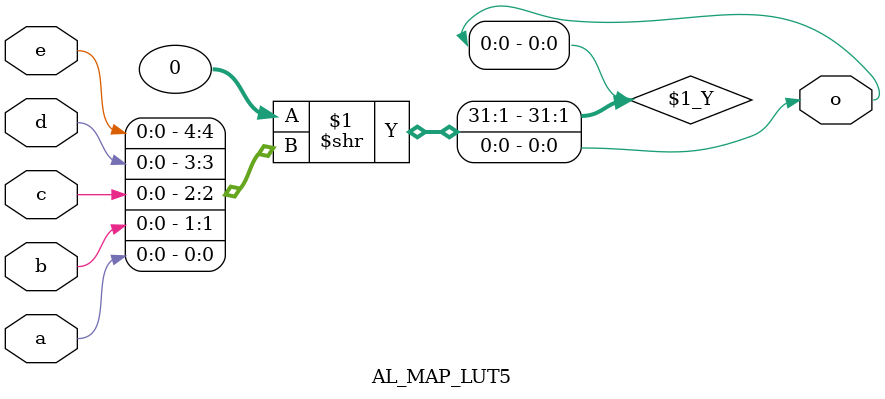
<source format=v>
module AL_MAP_LUT5 (
	output o,
	input a,
	input b,
	input c,
	input d,
	input e
);
	parameter [31:0] INIT = 32'h0;
	parameter EQN = "(A)";
	assign o = INIT >> {e, d, c, b, a};
endmodule
</source>
